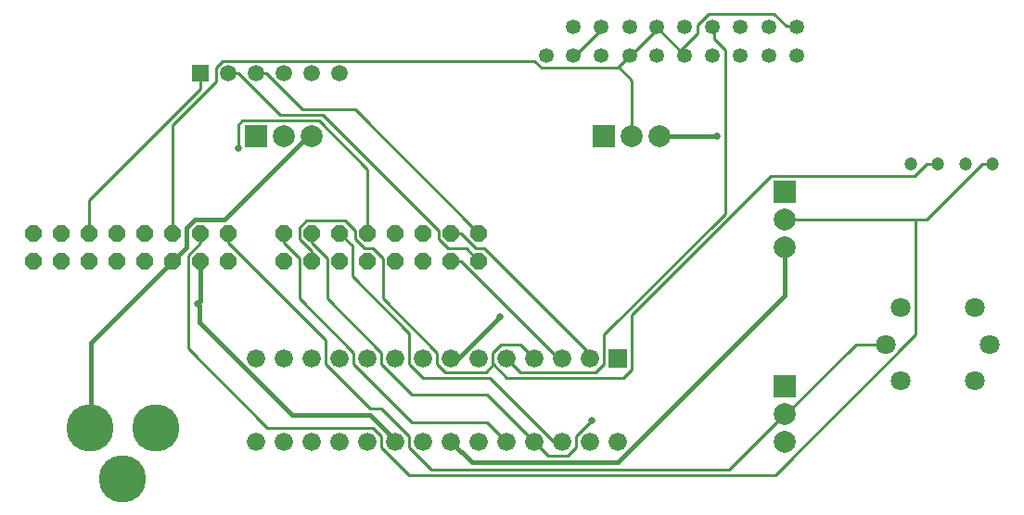
<source format=gbr>
G04 EAGLE Gerber X2 export*
G75*
%MOMM*%
%FSLAX34Y34*%
%LPD*%
%AMOC8*
5,1,8,0,0,1.08239X$1,22.5*%
G01*
%ADD10C,4.318000*%
%ADD11P,1.649562X8X22.500000*%
%ADD12P,1.649562X8X202.500000*%
%ADD13R,2.010000X2.010000*%
%ADD14C,2.010000*%
%ADD15C,1.200000*%
%ADD16C,1.350000*%
%ADD17C,1.500000*%
%ADD18R,1.500000X1.500000*%
%ADD19C,1.800000*%
%ADD20R,1.676400X1.676400*%
%ADD21C,1.676400*%
%ADD22C,0.254000*%
%ADD23C,0.381000*%
%ADD24C,0.654800*%


D10*
X162400Y88900D03*
X102400Y88900D03*
X132400Y41900D03*
D11*
X279400Y241300D03*
X279400Y266700D03*
X304800Y241300D03*
X304800Y266700D03*
X330200Y241300D03*
X330200Y266700D03*
X355600Y241300D03*
X355600Y266700D03*
X381000Y241300D03*
X381000Y266700D03*
X406400Y241300D03*
X406400Y266700D03*
X431800Y241300D03*
X431800Y266700D03*
X457200Y241300D03*
X457200Y266700D03*
D12*
X228600Y266700D03*
X228600Y241300D03*
X203200Y266700D03*
X203200Y241300D03*
X177800Y266700D03*
X177800Y241300D03*
X152400Y266700D03*
X152400Y241300D03*
X127000Y266700D03*
X127000Y241300D03*
X101600Y266700D03*
X101600Y241300D03*
X76200Y266700D03*
X76200Y241300D03*
X50800Y266700D03*
X50800Y241300D03*
D13*
X736600Y127000D03*
D14*
X736600Y101600D03*
X736600Y76200D03*
D13*
X736600Y304800D03*
D14*
X736600Y279400D03*
X736600Y254000D03*
D13*
X571500Y355600D03*
D14*
X596900Y355600D03*
X622300Y355600D03*
D13*
X254000Y355600D03*
D14*
X279400Y355600D03*
X304800Y355600D03*
D15*
X851500Y330200D03*
X876500Y330200D03*
X901500Y330200D03*
X926500Y330200D03*
D16*
X543800Y455700D03*
X569300Y455700D03*
X594800Y455700D03*
X619800Y455700D03*
X645300Y455700D03*
X670800Y455700D03*
X696300Y455700D03*
X721800Y455700D03*
X747300Y455700D03*
X747300Y429200D03*
X721800Y429200D03*
X696300Y429200D03*
X670800Y429200D03*
X645300Y429200D03*
X619800Y429200D03*
X594800Y429200D03*
X569300Y429200D03*
X543800Y429200D03*
X518800Y429200D03*
D17*
X228600Y412750D03*
D18*
X203200Y412750D03*
D17*
X254000Y412750D03*
X279400Y412750D03*
X304800Y412750D03*
X330200Y412750D03*
D19*
X842700Y198700D03*
X842700Y131500D03*
X909900Y131500D03*
X909900Y198700D03*
X828800Y165100D03*
X923800Y165100D03*
D20*
X584200Y152400D03*
D21*
X558800Y152400D03*
X533400Y152400D03*
X508000Y152400D03*
X482600Y152400D03*
X457200Y152400D03*
X431800Y152400D03*
X406400Y152400D03*
X381000Y152400D03*
X355600Y152400D03*
X330200Y152400D03*
X304800Y152400D03*
X279400Y152400D03*
X254000Y152400D03*
X254000Y76200D03*
X279400Y76200D03*
X304800Y76200D03*
X330200Y76200D03*
X355600Y76200D03*
X381000Y76200D03*
X406400Y76200D03*
X431800Y76200D03*
X457200Y76200D03*
X482600Y76200D03*
X508000Y76200D03*
X533400Y76200D03*
X558800Y76200D03*
X584200Y76200D03*
D22*
X544830Y429260D02*
X570230Y454660D01*
X544830Y429260D02*
X543800Y429200D01*
X570230Y454660D02*
X569300Y455700D01*
D23*
X622300Y355600D02*
X674370Y355600D01*
X304800Y355600D02*
X300990Y355600D01*
X224790Y279400D01*
X198120Y279400D01*
X190500Y271780D01*
X190500Y254000D01*
X177800Y241300D01*
X102870Y166370D02*
X102870Y88900D01*
X102870Y166370D02*
X177800Y241300D01*
X102870Y88900D02*
X102400Y88900D01*
X736600Y209550D02*
X736600Y254000D01*
X736600Y209550D02*
X584200Y57150D01*
X450850Y57150D01*
X431800Y76200D01*
D24*
X674370Y355600D03*
D22*
X262890Y412750D02*
X254000Y412750D01*
X262890Y412750D02*
X295910Y379730D01*
X344170Y379730D01*
X457200Y266700D01*
X237490Y412750D02*
X228600Y412750D01*
X237490Y412750D02*
X275590Y374650D01*
X314960Y374650D01*
X420370Y269240D01*
X420370Y261620D01*
X429260Y252730D01*
X445770Y252730D01*
X457200Y241300D01*
X203200Y398780D02*
X203200Y412750D01*
X203200Y398780D02*
X101600Y297180D01*
X101600Y266700D01*
X228600Y266700D02*
X228600Y257810D01*
X317500Y168910D01*
X317500Y147320D01*
X358140Y106680D01*
X368300Y106680D01*
X393700Y81280D01*
X393700Y71120D01*
X414020Y50800D01*
X685800Y50800D01*
X736600Y101600D01*
X801370Y165100D02*
X828800Y165100D01*
X801370Y165100D02*
X736600Y100330D01*
X736600Y101600D01*
X595630Y429260D02*
X621030Y454660D01*
X595630Y429260D02*
X594800Y429200D01*
X619800Y455700D02*
X621030Y454660D01*
X621030Y453390D02*
X645160Y429260D01*
X645300Y429200D01*
X621030Y453390D02*
X619800Y455700D01*
X737870Y455930D02*
X746760Y455930D01*
X737870Y455930D02*
X726440Y467360D01*
X666750Y467360D01*
X656590Y457200D01*
X656590Y449580D01*
X641350Y434340D01*
X746760Y455930D02*
X747300Y455700D01*
X645300Y429200D02*
X641350Y434340D01*
X177800Y365760D02*
X177800Y266700D01*
X177800Y365760D02*
X217170Y405130D01*
X217170Y417830D01*
X223520Y424180D01*
X508000Y424180D01*
X514350Y417830D01*
X584200Y417830D01*
X584835Y418465D02*
X594360Y427990D01*
X584835Y418465D02*
X584200Y417830D01*
X594360Y427990D02*
X594800Y429200D01*
X596900Y406400D02*
X596900Y355600D01*
X596900Y406400D02*
X584835Y418465D01*
X671830Y444500D02*
X671830Y454660D01*
X671830Y444500D02*
X681990Y434340D01*
X681990Y284480D01*
X571500Y173990D01*
X571500Y147320D01*
X563880Y139700D01*
X495300Y139700D01*
X482600Y152400D01*
X671830Y454660D02*
X670800Y455700D01*
X916940Y330200D02*
X926500Y330200D01*
X916940Y330200D02*
X866140Y279400D01*
X855980Y279400D02*
X736600Y279400D01*
X855980Y279400D02*
X866140Y279400D01*
X203200Y266700D02*
X203200Y257810D01*
X191770Y246380D01*
X191770Y161290D01*
X264160Y88900D01*
X360680Y88900D01*
X368300Y81280D01*
X368300Y71120D01*
X855980Y173990D02*
X855980Y279400D01*
X393700Y45720D02*
X368300Y71120D01*
X393700Y45720D02*
X727710Y45720D01*
X855980Y173990D01*
X279400Y257810D02*
X279400Y266700D01*
X279400Y257810D02*
X293370Y243840D01*
X293370Y207010D01*
X342900Y157480D01*
X342900Y147320D01*
X396240Y93980D01*
X464820Y93980D01*
X482600Y76200D01*
X866140Y330200D02*
X876500Y330200D01*
X866140Y330200D02*
X854710Y318770D01*
X723900Y318770D01*
X596900Y191770D01*
X596900Y142240D01*
X589280Y134620D01*
X482600Y134620D01*
X470535Y146685D02*
X469900Y147320D01*
X470535Y146685D02*
X482600Y134620D01*
X469900Y147320D02*
X469900Y157480D01*
X477520Y165100D01*
X495300Y165100D01*
X508000Y152400D01*
X304800Y241300D02*
X304800Y250190D01*
X293370Y261620D01*
X293370Y271780D01*
X299720Y278130D01*
X335280Y278130D01*
X344170Y269240D01*
X344170Y261620D01*
X353060Y252730D01*
X360680Y252730D01*
X369570Y243840D01*
X369570Y207010D01*
X419100Y157480D01*
X419100Y147320D01*
X426720Y139700D01*
X463550Y139700D01*
X470535Y146685D01*
X546100Y81280D02*
X560070Y95250D01*
X546100Y81280D02*
X546100Y71120D01*
X538480Y63500D01*
X520700Y63500D01*
X508000Y76200D01*
X304800Y257810D02*
X304800Y266700D01*
X304800Y257810D02*
X318770Y243840D01*
X318770Y207010D01*
X368300Y157480D01*
X368300Y147320D01*
X396240Y119380D01*
X464820Y119380D01*
X508000Y76200D01*
D24*
X560070Y95250D03*
D22*
X533400Y76200D02*
X525780Y76200D01*
X467360Y134620D01*
X406400Y134620D01*
X393700Y147320D01*
X393700Y175260D01*
X341630Y227330D01*
X341630Y255270D01*
X330200Y266700D01*
X237490Y344170D02*
X237490Y365760D01*
X241300Y369570D01*
X311150Y369570D01*
X355600Y325120D01*
X355600Y266700D01*
D24*
X237490Y344170D03*
D23*
X203200Y241300D02*
X203200Y204470D01*
X200660Y201930D01*
X374650Y82550D02*
X381000Y76200D01*
X374650Y82550D02*
X374650Y83820D01*
X358140Y100330D01*
X287020Y100330D01*
X201930Y185420D01*
X201930Y200660D01*
X200660Y201930D01*
X431800Y152400D02*
X438150Y152400D01*
X476250Y190500D01*
D24*
X200660Y201930D03*
X476250Y190500D03*
D22*
X440690Y266700D02*
X431800Y266700D01*
X440690Y266700D02*
X454660Y252730D01*
X462280Y252730D01*
X558800Y156210D01*
X558800Y152400D01*
X440690Y241300D02*
X431800Y241300D01*
X440690Y241300D02*
X529590Y152400D01*
X533400Y152400D01*
M02*

</source>
